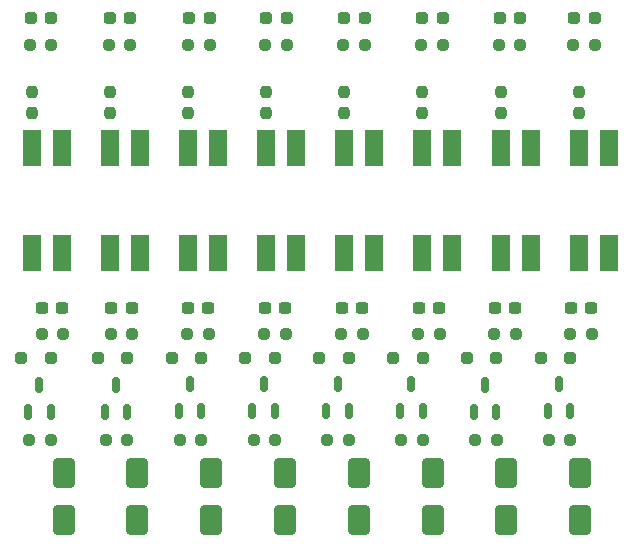
<source format=gtp>
%TF.GenerationSoftware,KiCad,Pcbnew,9.0.7-9.0.7~ubuntu24.04.1*%
%TF.CreationDate,2026-01-13T16:30:03+01:00*%
%TF.ProjectId,digital_input,64696769-7461-46c5-9f69-6e7075742e6b,1.0*%
%TF.SameCoordinates,Original*%
%TF.FileFunction,Paste,Top*%
%TF.FilePolarity,Positive*%
%FSLAX46Y46*%
G04 Gerber Fmt 4.6, Leading zero omitted, Abs format (unit mm)*
G04 Created by KiCad (PCBNEW 9.0.7-9.0.7~ubuntu24.04.1) date 2026-01-13 16:30:03*
%MOMM*%
%LPD*%
G01*
G04 APERTURE LIST*
G04 Aperture macros list*
%AMRoundRect*
0 Rectangle with rounded corners*
0 $1 Rounding radius*
0 $2 $3 $4 $5 $6 $7 $8 $9 X,Y pos of 4 corners*
0 Add a 4 corners polygon primitive as box body*
4,1,4,$2,$3,$4,$5,$6,$7,$8,$9,$2,$3,0*
0 Add four circle primitives for the rounded corners*
1,1,$1+$1,$2,$3*
1,1,$1+$1,$4,$5*
1,1,$1+$1,$6,$7*
1,1,$1+$1,$8,$9*
0 Add four rect primitives between the rounded corners*
20,1,$1+$1,$2,$3,$4,$5,0*
20,1,$1+$1,$4,$5,$6,$7,0*
20,1,$1+$1,$6,$7,$8,$9,0*
20,1,$1+$1,$8,$9,$2,$3,0*%
G04 Aperture macros list end*
%ADD10RoundRect,0.237500X0.237500X-0.250000X0.237500X0.250000X-0.237500X0.250000X-0.237500X-0.250000X0*%
%ADD11RoundRect,0.237500X-0.250000X-0.237500X0.250000X-0.237500X0.250000X0.237500X-0.250000X0.237500X0*%
%ADD12RoundRect,0.250000X0.650000X-1.000000X0.650000X1.000000X-0.650000X1.000000X-0.650000X-1.000000X0*%
%ADD13RoundRect,0.250000X-0.250000X-0.250000X0.250000X-0.250000X0.250000X0.250000X-0.250000X0.250000X0*%
%ADD14RoundRect,0.237500X-0.287500X-0.237500X0.287500X-0.237500X0.287500X0.237500X-0.287500X0.237500X0*%
%ADD15RoundRect,0.150000X0.150000X-0.512500X0.150000X0.512500X-0.150000X0.512500X-0.150000X-0.512500X0*%
%ADD16RoundRect,0.250000X0.550000X-1.300000X0.550000X1.300000X-0.550000X1.300000X-0.550000X-1.300000X0*%
%ADD17RoundRect,0.237500X0.300000X0.237500X-0.300000X0.237500X-0.300000X-0.237500X0.300000X-0.237500X0*%
G04 APERTURE END LIST*
D10*
%TO.C,R18*%
X133180000Y-70292500D03*
X133180000Y-68467500D03*
%TD*%
D11*
%TO.C,R13*%
X152775000Y-89000000D03*
X154600000Y-89000000D03*
%TD*%
%TO.C,R16*%
X172162500Y-89000000D03*
X173987500Y-89000000D03*
%TD*%
D12*
%TO.C,D23*%
X135500000Y-104750000D03*
X135500000Y-100750000D03*
%TD*%
D13*
%TO.C,D1*%
X125650000Y-91000000D03*
X128150000Y-91000000D03*
%TD*%
D11*
%TO.C,R15*%
X165737500Y-89000000D03*
X167562500Y-89000000D03*
%TD*%
D10*
%TO.C,R24*%
X172880000Y-70292500D03*
X172880000Y-68467500D03*
%TD*%
D12*
%TO.C,D20*%
X154250000Y-104750000D03*
X154250000Y-100750000D03*
%TD*%
D14*
%TO.C,D11*%
X159597500Y-62250000D03*
X161347500Y-62250000D03*
%TD*%
D11*
%TO.C,R30*%
X139825000Y-64500000D03*
X141650000Y-64500000D03*
%TD*%
D10*
%TO.C,R19*%
X139780000Y-70292500D03*
X139780000Y-68467500D03*
%TD*%
D15*
%TO.C,Q1*%
X126250000Y-95550000D03*
X128150000Y-95550000D03*
X127200000Y-93275000D03*
%TD*%
D13*
%TO.C,D7*%
X163400000Y-91000000D03*
X165900000Y-91000000D03*
%TD*%
D12*
%TO.C,D18*%
X166750000Y-104750000D03*
X166750000Y-100750000D03*
%TD*%
D16*
%TO.C,U2*%
X133180000Y-82145000D03*
X135720000Y-82145000D03*
X135720000Y-73255000D03*
X133180000Y-73255000D03*
%TD*%
D11*
%TO.C,R28*%
X152925000Y-64500000D03*
X154750000Y-64500000D03*
%TD*%
D10*
%TO.C,R23*%
X166280000Y-70292500D03*
X166280000Y-68467500D03*
%TD*%
D16*
%TO.C,U8*%
X172880000Y-82145000D03*
X175420000Y-82145000D03*
X175420000Y-73255000D03*
X172880000Y-73255000D03*
%TD*%
D17*
%TO.C,C7*%
X167512500Y-86750000D03*
X165787500Y-86750000D03*
%TD*%
D16*
%TO.C,U1*%
X126580000Y-82145000D03*
X129120000Y-82145000D03*
X129120000Y-73255000D03*
X126580000Y-73255000D03*
%TD*%
D11*
%TO.C,R8*%
X170337500Y-98000000D03*
X172162500Y-98000000D03*
%TD*%
%TO.C,R32*%
X126385000Y-64500000D03*
X128210000Y-64500000D03*
%TD*%
D14*
%TO.C,D9*%
X172475000Y-62250000D03*
X174225000Y-62250000D03*
%TD*%
D12*
%TO.C,D19*%
X160500000Y-104750000D03*
X160500000Y-100750000D03*
%TD*%
D17*
%TO.C,C5*%
X154537500Y-86750000D03*
X152812500Y-86750000D03*
%TD*%
D14*
%TO.C,D13*%
X146405000Y-62250000D03*
X148155000Y-62250000D03*
%TD*%
D11*
%TO.C,R25*%
X172400000Y-64500000D03*
X174225000Y-64500000D03*
%TD*%
D13*
%TO.C,D3*%
X138400000Y-91000000D03*
X140900000Y-91000000D03*
%TD*%
D10*
%TO.C,R20*%
X146380000Y-70292500D03*
X146380000Y-68467500D03*
%TD*%
D12*
%TO.C,D17*%
X173000000Y-104750000D03*
X173000000Y-100750000D03*
%TD*%
D13*
%TO.C,D5*%
X150900000Y-91000000D03*
X153400000Y-91000000D03*
%TD*%
D16*
%TO.C,U7*%
X166280000Y-82145000D03*
X168820000Y-82145000D03*
X168820000Y-73255000D03*
X166280000Y-73255000D03*
%TD*%
D17*
%TO.C,C8*%
X173937500Y-86750000D03*
X172212500Y-86750000D03*
%TD*%
D16*
%TO.C,U5*%
X152980000Y-82145000D03*
X155520000Y-82145000D03*
X155520000Y-73255000D03*
X152980000Y-73255000D03*
%TD*%
D17*
%TO.C,C3*%
X141512500Y-86750000D03*
X139787500Y-86750000D03*
%TD*%
D11*
%TO.C,R10*%
X133237500Y-89000000D03*
X135062500Y-89000000D03*
%TD*%
D16*
%TO.C,U6*%
X159580000Y-82145000D03*
X162120000Y-82145000D03*
X162120000Y-73255000D03*
X159580000Y-73255000D03*
%TD*%
D10*
%TO.C,R21*%
X152980000Y-70292500D03*
X152980000Y-68467500D03*
%TD*%
D11*
%TO.C,R6*%
X157837500Y-98000000D03*
X159662500Y-98000000D03*
%TD*%
%TO.C,R2*%
X132837500Y-98000000D03*
X134662500Y-98000000D03*
%TD*%
D15*
%TO.C,Q5*%
X151500000Y-95537500D03*
X153400000Y-95537500D03*
X152450000Y-93262500D03*
%TD*%
%TO.C,Q3*%
X139000000Y-95537500D03*
X140900000Y-95537500D03*
X139950000Y-93262500D03*
%TD*%
D14*
%TO.C,D15*%
X133165000Y-62250000D03*
X134915000Y-62250000D03*
%TD*%
D16*
%TO.C,U3*%
X139780000Y-82145000D03*
X142320000Y-82145000D03*
X142320000Y-73255000D03*
X139780000Y-73255000D03*
%TD*%
D17*
%TO.C,C4*%
X148037500Y-86750000D03*
X146312500Y-86750000D03*
%TD*%
%TO.C,C2*%
X135012500Y-86750000D03*
X133287500Y-86750000D03*
%TD*%
D11*
%TO.C,R27*%
X159525000Y-64500000D03*
X161350000Y-64500000D03*
%TD*%
D15*
%TO.C,Q2*%
X132750000Y-95550000D03*
X134650000Y-95550000D03*
X133700000Y-93275000D03*
%TD*%
D11*
%TO.C,R9*%
X127387500Y-89000000D03*
X129212500Y-89000000D03*
%TD*%
D15*
%TO.C,Q4*%
X145250000Y-95537500D03*
X147150000Y-95537500D03*
X146200000Y-93262500D03*
%TD*%
D11*
%TO.C,R31*%
X133087500Y-64500000D03*
X134912500Y-64500000D03*
%TD*%
%TO.C,R26*%
X166087500Y-64500000D03*
X167912500Y-64500000D03*
%TD*%
D13*
%TO.C,D6*%
X157150000Y-91000000D03*
X159650000Y-91000000D03*
%TD*%
D11*
%TO.C,R5*%
X151587500Y-98000000D03*
X153412500Y-98000000D03*
%TD*%
D10*
%TO.C,R17*%
X126580000Y-70292500D03*
X126580000Y-68467500D03*
%TD*%
D13*
%TO.C,D2*%
X132150000Y-91000000D03*
X134650000Y-91000000D03*
%TD*%
D17*
%TO.C,C1*%
X129162500Y-86750000D03*
X127437500Y-86750000D03*
%TD*%
D11*
%TO.C,R7*%
X164087500Y-98000000D03*
X165912500Y-98000000D03*
%TD*%
%TO.C,R1*%
X126337500Y-98000000D03*
X128162500Y-98000000D03*
%TD*%
%TO.C,R3*%
X139087500Y-98000000D03*
X140912500Y-98000000D03*
%TD*%
D15*
%TO.C,Q7*%
X164000000Y-95550000D03*
X165900000Y-95550000D03*
X164950000Y-93275000D03*
%TD*%
D13*
%TO.C,D4*%
X144650000Y-91000000D03*
X147150000Y-91000000D03*
%TD*%
D12*
%TO.C,D24*%
X129250000Y-104750000D03*
X129250000Y-100750000D03*
%TD*%
D15*
%TO.C,Q8*%
X170250000Y-95537500D03*
X172150000Y-95537500D03*
X171200000Y-93262500D03*
%TD*%
D12*
%TO.C,D22*%
X141750000Y-104750000D03*
X141750000Y-100750000D03*
%TD*%
D15*
%TO.C,Q6*%
X157750000Y-95537500D03*
X159650000Y-95537500D03*
X158700000Y-93262500D03*
%TD*%
D11*
%TO.C,R14*%
X159262500Y-89000000D03*
X161087500Y-89000000D03*
%TD*%
%TO.C,R11*%
X139737500Y-89000000D03*
X141562500Y-89000000D03*
%TD*%
D14*
%TO.C,D14*%
X139905000Y-62250000D03*
X141655000Y-62250000D03*
%TD*%
D17*
%TO.C,C6*%
X161037500Y-86750000D03*
X159312500Y-86750000D03*
%TD*%
D14*
%TO.C,D12*%
X152995000Y-62240000D03*
X154745000Y-62240000D03*
%TD*%
D11*
%TO.C,R29*%
X146325000Y-64500000D03*
X148150000Y-64500000D03*
%TD*%
D14*
%TO.C,D10*%
X166165000Y-62250000D03*
X167915000Y-62250000D03*
%TD*%
D11*
%TO.C,R4*%
X145337500Y-98000000D03*
X147162500Y-98000000D03*
%TD*%
D13*
%TO.C,D8*%
X169650000Y-91000000D03*
X172150000Y-91000000D03*
%TD*%
D10*
%TO.C,R22*%
X159580000Y-70292500D03*
X159580000Y-68467500D03*
%TD*%
D14*
%TO.C,D16*%
X126462500Y-62250000D03*
X128212500Y-62250000D03*
%TD*%
D11*
%TO.C,R12*%
X146262500Y-89000000D03*
X148087500Y-89000000D03*
%TD*%
D16*
%TO.C,U4*%
X146380000Y-82145000D03*
X148920000Y-82145000D03*
X148920000Y-73255000D03*
X146380000Y-73255000D03*
%TD*%
D12*
%TO.C,D21*%
X148000000Y-104750000D03*
X148000000Y-100750000D03*
%TD*%
M02*

</source>
